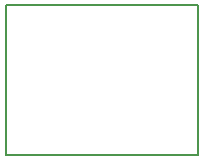
<source format=gbr>
G04 #@! TF.FileFunction,Other,User*
%FSLAX46Y46*%
G04 Gerber Fmt 4.6, Leading zero omitted, Abs format (unit mm)*
G04 Created by KiCad (PCBNEW 4.0.2-stable) date 3/9/2016 7:36:02 PM*
%MOMM*%
G01*
G04 APERTURE LIST*
%ADD10C,0.100000*%
%ADD11C,0.200000*%
G04 APERTURE END LIST*
D10*
D11*
X153162000Y-98044000D02*
X136906000Y-98044000D01*
X153162000Y-110744000D02*
X153162000Y-98044000D01*
X136906000Y-110744000D02*
X153162000Y-110744000D01*
X136906000Y-98044000D02*
X136906000Y-110744000D01*
M02*

</source>
